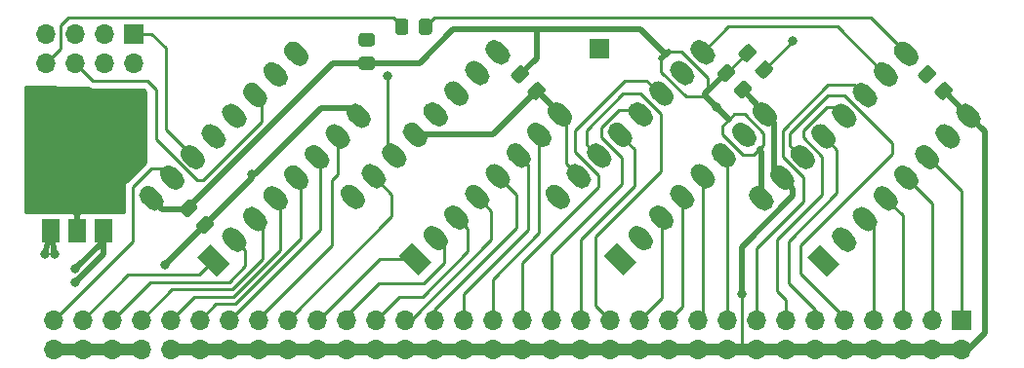
<source format=gbr>
%TF.GenerationSoftware,KiCad,Pcbnew,5.1.9+dfsg1-1+deb11u1*%
%TF.CreationDate,2025-02-02T16:03:13-08:00*%
%TF.ProjectId,esp01Expander,65737030-3145-4787-9061-6e6465722e6b,rev?*%
%TF.SameCoordinates,Original*%
%TF.FileFunction,Copper,L2,Bot*%
%TF.FilePolarity,Positive*%
%FSLAX46Y46*%
G04 Gerber Fmt 4.6, Leading zero omitted, Abs format (unit mm)*
G04 Created by KiCad (PCBNEW 5.1.9+dfsg1-1+deb11u1) date 2025-02-02 16:03:13*
%MOMM*%
%LPD*%
G01*
G04 APERTURE LIST*
%TA.AperFunction,ComponentPad*%
%ADD10R,1.700000X1.700000*%
%TD*%
%TA.AperFunction,ComponentPad*%
%ADD11O,1.700000X1.700000*%
%TD*%
%TA.AperFunction,SMDPad,CuDef*%
%ADD12R,1.500000X2.000000*%
%TD*%
%TA.AperFunction,SMDPad,CuDef*%
%ADD13R,3.800000X2.000000*%
%TD*%
%TA.AperFunction,ComponentPad*%
%ADD14C,0.100000*%
%TD*%
%TA.AperFunction,ViaPad*%
%ADD15C,0.800000*%
%TD*%
%TA.AperFunction,Conductor*%
%ADD16C,0.250000*%
%TD*%
%TA.AperFunction,Conductor*%
%ADD17C,1.000000*%
%TD*%
%TA.AperFunction,Conductor*%
%ADD18C,0.500000*%
%TD*%
%TA.AperFunction,Conductor*%
%ADD19C,0.254000*%
%TD*%
%TA.AperFunction,Conductor*%
%ADD20C,0.100000*%
%TD*%
G04 APERTURE END LIST*
D10*
%TO.P,J3,1*%
%TO.N,Net-(J3-Pad1)*%
X149479000Y-89535000D03*
%TD*%
D11*
%TO.P,J2,8*%
%TO.N,Net-(J2-Pad8)*%
X101473000Y-90805000D03*
%TO.P,J2,7*%
%TO.N,+3V3*%
X101473000Y-88265000D03*
%TO.P,J2,6*%
%TO.N,Net-(J2-Pad6)*%
X104013000Y-90805000D03*
%TO.P,J2,5*%
%TO.N,Net-(J2-Pad5)*%
X104013000Y-88265000D03*
%TO.P,J2,4*%
%TO.N,Net-(J2-Pad4)*%
X106553000Y-90805000D03*
%TO.P,J2,3*%
%TO.N,Net-(J2-Pad3)*%
X106553000Y-88265000D03*
%TO.P,J2,2*%
%TO.N,GND*%
X109093000Y-90805000D03*
D10*
%TO.P,J2,1*%
%TO.N,Net-(J2-Pad1)*%
X109093000Y-88265000D03*
%TD*%
%TO.P,C5,2*%
%TO.N,GND*%
%TA.AperFunction,SMDPad,CuDef*%
G36*
G01*
X178599215Y-93129612D02*
X179235612Y-92493215D01*
G75*
G02*
X179589164Y-92493215I176776J-176776D01*
G01*
X180048785Y-92952836D01*
G75*
G02*
X180048785Y-93306388I-176776J-176776D01*
G01*
X179412388Y-93942785D01*
G75*
G02*
X179058836Y-93942785I-176776J176776D01*
G01*
X178599215Y-93483164D01*
G75*
G02*
X178599215Y-93129612I176776J176776D01*
G01*
G37*
%TD.AperFunction*%
%TO.P,C5,1*%
%TO.N,+5V*%
%TA.AperFunction,SMDPad,CuDef*%
G36*
G01*
X177149647Y-91680044D02*
X177786044Y-91043647D01*
G75*
G02*
X178139596Y-91043647I176776J-176776D01*
G01*
X178599217Y-91503268D01*
G75*
G02*
X178599217Y-91856820I-176776J-176776D01*
G01*
X177962820Y-92493217D01*
G75*
G02*
X177609268Y-92493217I-176776J176776D01*
G01*
X177149647Y-92033596D01*
G75*
G02*
X177149647Y-91680044I176776J176776D01*
G01*
G37*
%TD.AperFunction*%
%TD*%
%TO.P,C4,2*%
%TO.N,GND*%
%TA.AperFunction,SMDPad,CuDef*%
G36*
G01*
X161200215Y-93002612D02*
X161836612Y-92366215D01*
G75*
G02*
X162190164Y-92366215I176776J-176776D01*
G01*
X162649785Y-92825836D01*
G75*
G02*
X162649785Y-93179388I-176776J-176776D01*
G01*
X162013388Y-93815785D01*
G75*
G02*
X161659836Y-93815785I-176776J176776D01*
G01*
X161200215Y-93356164D01*
G75*
G02*
X161200215Y-93002612I176776J176776D01*
G01*
G37*
%TD.AperFunction*%
%TO.P,C4,1*%
%TO.N,+5V*%
%TA.AperFunction,SMDPad,CuDef*%
G36*
G01*
X159750647Y-91553044D02*
X160387044Y-90916647D01*
G75*
G02*
X160740596Y-90916647I176776J-176776D01*
G01*
X161200217Y-91376268D01*
G75*
G02*
X161200217Y-91729820I-176776J-176776D01*
G01*
X160563820Y-92366217D01*
G75*
G02*
X160210268Y-92366217I-176776J176776D01*
G01*
X159750647Y-91906596D01*
G75*
G02*
X159750647Y-91553044I176776J176776D01*
G01*
G37*
%TD.AperFunction*%
%TD*%
%TO.P,C3,2*%
%TO.N,GND*%
%TA.AperFunction,SMDPad,CuDef*%
G36*
G01*
X143293215Y-93129612D02*
X143929612Y-92493215D01*
G75*
G02*
X144283164Y-92493215I176776J-176776D01*
G01*
X144742785Y-92952836D01*
G75*
G02*
X144742785Y-93306388I-176776J-176776D01*
G01*
X144106388Y-93942785D01*
G75*
G02*
X143752836Y-93942785I-176776J176776D01*
G01*
X143293215Y-93483164D01*
G75*
G02*
X143293215Y-93129612I176776J176776D01*
G01*
G37*
%TD.AperFunction*%
%TO.P,C3,1*%
%TO.N,+5V*%
%TA.AperFunction,SMDPad,CuDef*%
G36*
G01*
X141843647Y-91680044D02*
X142480044Y-91043647D01*
G75*
G02*
X142833596Y-91043647I176776J-176776D01*
G01*
X143293217Y-91503268D01*
G75*
G02*
X143293217Y-91856820I-176776J-176776D01*
G01*
X142656820Y-92493217D01*
G75*
G02*
X142303268Y-92493217I-176776J176776D01*
G01*
X141843647Y-92033596D01*
G75*
G02*
X141843647Y-91680044I176776J176776D01*
G01*
G37*
%TD.AperFunction*%
%TD*%
%TO.P,C1,2*%
%TO.N,GND*%
%TA.AperFunction,SMDPad,CuDef*%
G36*
G01*
X114553999Y-104776396D02*
X115190396Y-104139999D01*
G75*
G02*
X115543948Y-104139999I176776J-176776D01*
G01*
X116003569Y-104599620D01*
G75*
G02*
X116003569Y-104953172I-176776J-176776D01*
G01*
X115367172Y-105589569D01*
G75*
G02*
X115013620Y-105589569I-176776J176776D01*
G01*
X114553999Y-105129948D01*
G75*
G02*
X114553999Y-104776396I176776J176776D01*
G01*
G37*
%TD.AperFunction*%
%TO.P,C1,1*%
%TO.N,+5V*%
%TA.AperFunction,SMDPad,CuDef*%
G36*
G01*
X113104431Y-103326828D02*
X113740828Y-102690431D01*
G75*
G02*
X114094380Y-102690431I176776J-176776D01*
G01*
X114554001Y-103150052D01*
G75*
G02*
X114554001Y-103503604I-176776J-176776D01*
G01*
X113917604Y-104140001D01*
G75*
G02*
X113564052Y-104140001I-176776J176776D01*
G01*
X113104431Y-103680380D01*
G75*
G02*
X113104431Y-103326828I176776J176776D01*
G01*
G37*
%TD.AperFunction*%
%TD*%
%TO.P,R5,2*%
%TO.N,Net-(D1-Pad2)*%
%TA.AperFunction,SMDPad,CuDef*%
G36*
G01*
X163030783Y-91277180D02*
X163667180Y-90640783D01*
G75*
G02*
X164020732Y-90640783I176776J-176776D01*
G01*
X164480353Y-91100404D01*
G75*
G02*
X164480353Y-91453956I-176776J-176776D01*
G01*
X163843956Y-92090353D01*
G75*
G02*
X163490404Y-92090353I-176776J176776D01*
G01*
X163030783Y-91630732D01*
G75*
G02*
X163030783Y-91277180I176776J176776D01*
G01*
G37*
%TD.AperFunction*%
%TO.P,R5,1*%
%TO.N,+5V*%
%TA.AperFunction,SMDPad,CuDef*%
G36*
G01*
X161581215Y-89827612D02*
X162217612Y-89191215D01*
G75*
G02*
X162571164Y-89191215I176776J-176776D01*
G01*
X163030785Y-89650836D01*
G75*
G02*
X163030785Y-90004388I-176776J-176776D01*
G01*
X162394388Y-90640785D01*
G75*
G02*
X162040836Y-90640785I-176776J176776D01*
G01*
X161581215Y-90181164D01*
G75*
G02*
X161581215Y-89827612I176776J176776D01*
G01*
G37*
%TD.AperFunction*%
%TD*%
%TO.P,R4,2*%
%TO.N,Net-(J2-Pad8)*%
%TA.AperFunction,SMDPad,CuDef*%
G36*
G01*
X132900000Y-87179999D02*
X132900000Y-88080001D01*
G75*
G02*
X132650001Y-88330000I-249999J0D01*
G01*
X131999999Y-88330000D01*
G75*
G02*
X131750000Y-88080001I0J249999D01*
G01*
X131750000Y-87179999D01*
G75*
G02*
X131999999Y-86930000I249999J0D01*
G01*
X132650001Y-86930000D01*
G75*
G02*
X132900000Y-87179999I0J-249999D01*
G01*
G37*
%TD.AperFunction*%
%TO.P,R4,1*%
%TO.N,Net-(R4-Pad1)*%
%TA.AperFunction,SMDPad,CuDef*%
G36*
G01*
X134950000Y-87179999D02*
X134950000Y-88080001D01*
G75*
G02*
X134700001Y-88330000I-249999J0D01*
G01*
X134049999Y-88330000D01*
G75*
G02*
X133800000Y-88080001I0J249999D01*
G01*
X133800000Y-87179999D01*
G75*
G02*
X134049999Y-86930000I249999J0D01*
G01*
X134700001Y-86930000D01*
G75*
G02*
X134950000Y-87179999I0J-249999D01*
G01*
G37*
%TD.AperFunction*%
%TD*%
D12*
%TO.P,U5,1*%
%TO.N,GND*%
X106440000Y-105360000D03*
%TO.P,U5,3*%
%TO.N,+5V*%
X101840000Y-105360000D03*
%TO.P,U5,2*%
%TO.N,+3V3*%
X104140000Y-105360000D03*
D13*
X104140000Y-99060000D03*
%TD*%
%TO.P,R1,2*%
%TO.N,Net-(R1-Pad2)*%
%TA.AperFunction,SMDPad,CuDef*%
G36*
G01*
X129736001Y-89339000D02*
X128835999Y-89339000D01*
G75*
G02*
X128586000Y-89089001I0J249999D01*
G01*
X128586000Y-88438999D01*
G75*
G02*
X128835999Y-88189000I249999J0D01*
G01*
X129736001Y-88189000D01*
G75*
G02*
X129986000Y-88438999I0J-249999D01*
G01*
X129986000Y-89089001D01*
G75*
G02*
X129736001Y-89339000I-249999J0D01*
G01*
G37*
%TD.AperFunction*%
%TO.P,R1,1*%
%TO.N,+5V*%
%TA.AperFunction,SMDPad,CuDef*%
G36*
G01*
X129736001Y-91389000D02*
X128835999Y-91389000D01*
G75*
G02*
X128586000Y-91139001I0J249999D01*
G01*
X128586000Y-90488999D01*
G75*
G02*
X128835999Y-90239000I249999J0D01*
G01*
X129736001Y-90239000D01*
G75*
G02*
X129986000Y-90488999I0J-249999D01*
G01*
X129986000Y-91139001D01*
G75*
G02*
X129736001Y-91389000I-249999J0D01*
G01*
G37*
%TD.AperFunction*%
%TD*%
%TO.P,U4,16*%
%TO.N,+5V*%
%TA.AperFunction,ComponentPad*%
G36*
G01*
X164370374Y-103410374D02*
X164370374Y-103410374D01*
G75*
G02*
X163239004Y-103410374I-565685J565685D01*
G01*
X162673318Y-102844688D01*
G75*
G02*
X162673318Y-101713318I565685J565685D01*
G01*
X162673318Y-101713318D01*
G75*
G02*
X163804688Y-101713318I565685J-565685D01*
G01*
X164370374Y-102279004D01*
G75*
G02*
X164370374Y-103410374I-565685J-565685D01*
G01*
G37*
%TD.AperFunction*%
%TO.P,U4,8*%
%TO.N,GND*%
%TA.AperFunction,ComponentPad*%
G36*
G01*
X182330887Y-96226169D02*
X182330887Y-96226169D01*
G75*
G02*
X181199517Y-96226169I-565685J565685D01*
G01*
X180633831Y-95660483D01*
G75*
G02*
X180633831Y-94529113I565685J565685D01*
G01*
X180633831Y-94529113D01*
G75*
G02*
X181765201Y-94529113I565685J-565685D01*
G01*
X182330887Y-95094799D01*
G75*
G02*
X182330887Y-96226169I-565685J-565685D01*
G01*
G37*
%TD.AperFunction*%
%TO.P,U4,15*%
%TA.AperFunction,ComponentPad*%
G36*
G01*
X166166426Y-101614323D02*
X166166426Y-101614323D01*
G75*
G02*
X165035056Y-101614323I-565685J565685D01*
G01*
X164469370Y-101048637D01*
G75*
G02*
X164469370Y-99917267I565685J565685D01*
G01*
X164469370Y-99917267D01*
G75*
G02*
X165600740Y-99917267I565685J-565685D01*
G01*
X166166426Y-100482953D01*
G75*
G02*
X166166426Y-101614323I-565685J-565685D01*
G01*
G37*
%TD.AperFunction*%
%TO.P,U4,7*%
%TO.N,Net-(U4-Pad7)*%
%TA.AperFunction,ComponentPad*%
G36*
G01*
X180534835Y-98022221D02*
X180534835Y-98022221D01*
G75*
G02*
X179403465Y-98022221I-565685J565685D01*
G01*
X178837779Y-97456535D01*
G75*
G02*
X178837779Y-96325165I565685J565685D01*
G01*
X178837779Y-96325165D01*
G75*
G02*
X179969149Y-96325165I565685J-565685D01*
G01*
X180534835Y-96890851D01*
G75*
G02*
X180534835Y-98022221I-565685J-565685D01*
G01*
G37*
%TD.AperFunction*%
%TO.P,U4,14*%
%TO.N,Net-(J1-Pad9)*%
%TA.AperFunction,ComponentPad*%
G36*
G01*
X167962477Y-99818272D02*
X167962477Y-99818272D01*
G75*
G02*
X166831107Y-99818272I-565685J565685D01*
G01*
X166265421Y-99252586D01*
G75*
G02*
X166265421Y-98121216I565685J565685D01*
G01*
X166265421Y-98121216D01*
G75*
G02*
X167396791Y-98121216I565685J-565685D01*
G01*
X167962477Y-98686902D01*
G75*
G02*
X167962477Y-99818272I-565685J-565685D01*
G01*
G37*
%TD.AperFunction*%
%TO.P,U4,6*%
%TO.N,Net-(J1-Pad1)*%
%TA.AperFunction,ComponentPad*%
G36*
G01*
X178738784Y-99818272D02*
X178738784Y-99818272D01*
G75*
G02*
X177607414Y-99818272I-565685J565685D01*
G01*
X177041728Y-99252586D01*
G75*
G02*
X177041728Y-98121216I565685J565685D01*
G01*
X177041728Y-98121216D01*
G75*
G02*
X178173098Y-98121216I565685J-565685D01*
G01*
X178738784Y-98686902D01*
G75*
G02*
X178738784Y-99818272I-565685J-565685D01*
G01*
G37*
%TD.AperFunction*%
%TO.P,U4,13*%
%TO.N,Net-(J1-Pad11)*%
%TA.AperFunction,ComponentPad*%
G36*
G01*
X169758528Y-98022221D02*
X169758528Y-98022221D01*
G75*
G02*
X168627158Y-98022221I-565685J565685D01*
G01*
X168061472Y-97456535D01*
G75*
G02*
X168061472Y-96325165I565685J565685D01*
G01*
X168061472Y-96325165D01*
G75*
G02*
X169192842Y-96325165I565685J-565685D01*
G01*
X169758528Y-96890851D01*
G75*
G02*
X169758528Y-98022221I-565685J-565685D01*
G01*
G37*
%TD.AperFunction*%
%TO.P,U4,5*%
%TO.N,Net-(J1-Pad3)*%
%TA.AperFunction,ComponentPad*%
G36*
G01*
X176942733Y-101614323D02*
X176942733Y-101614323D01*
G75*
G02*
X175811363Y-101614323I-565685J565685D01*
G01*
X175245677Y-101048637D01*
G75*
G02*
X175245677Y-99917267I565685J565685D01*
G01*
X175245677Y-99917267D01*
G75*
G02*
X176377047Y-99917267I565685J-565685D01*
G01*
X176942733Y-100482953D01*
G75*
G02*
X176942733Y-101614323I-565685J-565685D01*
G01*
G37*
%TD.AperFunction*%
%TO.P,U4,12*%
%TO.N,Net-(J1-Pad13)*%
%TA.AperFunction,ComponentPad*%
G36*
G01*
X171554579Y-96226169D02*
X171554579Y-96226169D01*
G75*
G02*
X170423209Y-96226169I-565685J565685D01*
G01*
X169857523Y-95660483D01*
G75*
G02*
X169857523Y-94529113I565685J565685D01*
G01*
X169857523Y-94529113D01*
G75*
G02*
X170988893Y-94529113I565685J-565685D01*
G01*
X171554579Y-95094799D01*
G75*
G02*
X171554579Y-96226169I-565685J-565685D01*
G01*
G37*
%TD.AperFunction*%
%TO.P,U4,4*%
%TO.N,Net-(J1-Pad5)*%
%TA.AperFunction,ComponentPad*%
G36*
G01*
X175146682Y-103410374D02*
X175146682Y-103410374D01*
G75*
G02*
X174015312Y-103410374I-565685J565685D01*
G01*
X173449626Y-102844688D01*
G75*
G02*
X173449626Y-101713318I565685J565685D01*
G01*
X173449626Y-101713318D01*
G75*
G02*
X174580996Y-101713318I565685J-565685D01*
G01*
X175146682Y-102279004D01*
G75*
G02*
X175146682Y-103410374I-565685J-565685D01*
G01*
G37*
%TD.AperFunction*%
%TO.P,U4,11*%
%TO.N,Net-(J1-Pad15)*%
%TA.AperFunction,ComponentPad*%
G36*
G01*
X173350630Y-94430118D02*
X173350630Y-94430118D01*
G75*
G02*
X172219260Y-94430118I-565685J565685D01*
G01*
X171653574Y-93864432D01*
G75*
G02*
X171653574Y-92733062I565685J565685D01*
G01*
X171653574Y-92733062D01*
G75*
G02*
X172784944Y-92733062I565685J-565685D01*
G01*
X173350630Y-93298748D01*
G75*
G02*
X173350630Y-94430118I-565685J-565685D01*
G01*
G37*
%TD.AperFunction*%
%TO.P,U4,3*%
%TO.N,Net-(J1-Pad7)*%
%TA.AperFunction,ComponentPad*%
G36*
G01*
X173350630Y-105206426D02*
X173350630Y-105206426D01*
G75*
G02*
X172219260Y-105206426I-565685J565685D01*
G01*
X171653574Y-104640740D01*
G75*
G02*
X171653574Y-103509370I565685J565685D01*
G01*
X171653574Y-103509370D01*
G75*
G02*
X172784944Y-103509370I565685J-565685D01*
G01*
X173350630Y-104075056D01*
G75*
G02*
X173350630Y-105206426I-565685J-565685D01*
G01*
G37*
%TD.AperFunction*%
%TO.P,U4,10*%
%TO.N,Net-(U3-Pad9)*%
%TA.AperFunction,ComponentPad*%
G36*
G01*
X175146682Y-92634067D02*
X175146682Y-92634067D01*
G75*
G02*
X174015312Y-92634067I-565685J565685D01*
G01*
X173449626Y-92068381D01*
G75*
G02*
X173449626Y-90937011I565685J565685D01*
G01*
X173449626Y-90937011D01*
G75*
G02*
X174580996Y-90937011I565685J-565685D01*
G01*
X175146682Y-91502697D01*
G75*
G02*
X175146682Y-92634067I-565685J-565685D01*
G01*
G37*
%TD.AperFunction*%
%TO.P,U4,2*%
%TO.N,Net-(J2-Pad6)*%
%TA.AperFunction,ComponentPad*%
G36*
G01*
X171554579Y-107002477D02*
X171554579Y-107002477D01*
G75*
G02*
X170423209Y-107002477I-565685J565685D01*
G01*
X169857523Y-106436791D01*
G75*
G02*
X169857523Y-105305421I565685J565685D01*
G01*
X169857523Y-105305421D01*
G75*
G02*
X170988893Y-105305421I565685J-565685D01*
G01*
X171554579Y-105871107D01*
G75*
G02*
X171554579Y-107002477I-565685J-565685D01*
G01*
G37*
%TD.AperFunction*%
%TO.P,U4,9*%
%TO.N,Net-(R4-Pad1)*%
%TA.AperFunction,ComponentPad*%
G36*
G01*
X176942733Y-90838016D02*
X176942733Y-90838016D01*
G75*
G02*
X175811363Y-90838016I-565685J565685D01*
G01*
X175245677Y-90272330D01*
G75*
G02*
X175245677Y-89140960I565685J565685D01*
G01*
X175245677Y-89140960D01*
G75*
G02*
X176377047Y-89140960I565685J-565685D01*
G01*
X176942733Y-89706646D01*
G75*
G02*
X176942733Y-90838016I-565685J-565685D01*
G01*
G37*
%TD.AperFunction*%
%TA.AperFunction,ComponentPad*%
D14*
%TO.P,U4,1*%
%TO.N,Net-(J2-Pad4)*%
G36*
X170324214Y-108232843D02*
G01*
X169192843Y-109364214D01*
X167495786Y-107667157D01*
X168627157Y-106535786D01*
X170324214Y-108232843D01*
G37*
%TD.AperFunction*%
%TD*%
%TO.P,U3,16*%
%TO.N,+5V*%
%TA.AperFunction,ComponentPad*%
G36*
G01*
X146718015Y-103282733D02*
X146718015Y-103282733D01*
G75*
G02*
X145586645Y-103282733I-565685J565685D01*
G01*
X145020959Y-102717047D01*
G75*
G02*
X145020959Y-101585677I565685J565685D01*
G01*
X145020959Y-101585677D01*
G75*
G02*
X146152329Y-101585677I565685J-565685D01*
G01*
X146718015Y-102151363D01*
G75*
G02*
X146718015Y-103282733I-565685J-565685D01*
G01*
G37*
%TD.AperFunction*%
%TO.P,U3,8*%
%TO.N,GND*%
%TA.AperFunction,ComponentPad*%
G36*
G01*
X164678528Y-96098528D02*
X164678528Y-96098528D01*
G75*
G02*
X163547158Y-96098528I-565685J565685D01*
G01*
X162981472Y-95532842D01*
G75*
G02*
X162981472Y-94401472I565685J565685D01*
G01*
X162981472Y-94401472D01*
G75*
G02*
X164112842Y-94401472I565685J-565685D01*
G01*
X164678528Y-94967158D01*
G75*
G02*
X164678528Y-96098528I-565685J-565685D01*
G01*
G37*
%TD.AperFunction*%
%TO.P,U3,15*%
%TA.AperFunction,ComponentPad*%
G36*
G01*
X148514067Y-101486682D02*
X148514067Y-101486682D01*
G75*
G02*
X147382697Y-101486682I-565685J565685D01*
G01*
X146817011Y-100920996D01*
G75*
G02*
X146817011Y-99789626I565685J565685D01*
G01*
X146817011Y-99789626D01*
G75*
G02*
X147948381Y-99789626I565685J-565685D01*
G01*
X148514067Y-100355312D01*
G75*
G02*
X148514067Y-101486682I-565685J-565685D01*
G01*
G37*
%TD.AperFunction*%
%TO.P,U3,7*%
%TO.N,Net-(U3-Pad7)*%
%TA.AperFunction,ComponentPad*%
G36*
G01*
X162882476Y-97894580D02*
X162882476Y-97894580D01*
G75*
G02*
X161751106Y-97894580I-565685J565685D01*
G01*
X161185420Y-97328894D01*
G75*
G02*
X161185420Y-96197524I565685J565685D01*
G01*
X161185420Y-96197524D01*
G75*
G02*
X162316790Y-96197524I565685J-565685D01*
G01*
X162882476Y-96763210D01*
G75*
G02*
X162882476Y-97894580I-565685J-565685D01*
G01*
G37*
%TD.AperFunction*%
%TO.P,U3,14*%
%TO.N,Net-(J1-Pad25)*%
%TA.AperFunction,ComponentPad*%
G36*
G01*
X150310118Y-99690631D02*
X150310118Y-99690631D01*
G75*
G02*
X149178748Y-99690631I-565685J565685D01*
G01*
X148613062Y-99124945D01*
G75*
G02*
X148613062Y-97993575I565685J565685D01*
G01*
X148613062Y-97993575D01*
G75*
G02*
X149744432Y-97993575I565685J-565685D01*
G01*
X150310118Y-98559261D01*
G75*
G02*
X150310118Y-99690631I-565685J-565685D01*
G01*
G37*
%TD.AperFunction*%
%TO.P,U3,6*%
%TO.N,Net-(J1-Pad17)*%
%TA.AperFunction,ComponentPad*%
G36*
G01*
X161086425Y-99690631D02*
X161086425Y-99690631D01*
G75*
G02*
X159955055Y-99690631I-565685J565685D01*
G01*
X159389369Y-99124945D01*
G75*
G02*
X159389369Y-97993575I565685J565685D01*
G01*
X159389369Y-97993575D01*
G75*
G02*
X160520739Y-97993575I565685J-565685D01*
G01*
X161086425Y-98559261D01*
G75*
G02*
X161086425Y-99690631I-565685J-565685D01*
G01*
G37*
%TD.AperFunction*%
%TO.P,U3,13*%
%TO.N,Net-(J1-Pad27)*%
%TA.AperFunction,ComponentPad*%
G36*
G01*
X152106169Y-97894580D02*
X152106169Y-97894580D01*
G75*
G02*
X150974799Y-97894580I-565685J565685D01*
G01*
X150409113Y-97328894D01*
G75*
G02*
X150409113Y-96197524I565685J565685D01*
G01*
X150409113Y-96197524D01*
G75*
G02*
X151540483Y-96197524I565685J-565685D01*
G01*
X152106169Y-96763210D01*
G75*
G02*
X152106169Y-97894580I-565685J-565685D01*
G01*
G37*
%TD.AperFunction*%
%TO.P,U3,5*%
%TO.N,Net-(J1-Pad19)*%
%TA.AperFunction,ComponentPad*%
G36*
G01*
X159290374Y-101486682D02*
X159290374Y-101486682D01*
G75*
G02*
X158159004Y-101486682I-565685J565685D01*
G01*
X157593318Y-100920996D01*
G75*
G02*
X157593318Y-99789626I565685J565685D01*
G01*
X157593318Y-99789626D01*
G75*
G02*
X158724688Y-99789626I565685J-565685D01*
G01*
X159290374Y-100355312D01*
G75*
G02*
X159290374Y-101486682I-565685J-565685D01*
G01*
G37*
%TD.AperFunction*%
%TO.P,U3,12*%
%TO.N,Net-(J1-Pad29)*%
%TA.AperFunction,ComponentPad*%
G36*
G01*
X153902220Y-96098528D02*
X153902220Y-96098528D01*
G75*
G02*
X152770850Y-96098528I-565685J565685D01*
G01*
X152205164Y-95532842D01*
G75*
G02*
X152205164Y-94401472I565685J565685D01*
G01*
X152205164Y-94401472D01*
G75*
G02*
X153336534Y-94401472I565685J-565685D01*
G01*
X153902220Y-94967158D01*
G75*
G02*
X153902220Y-96098528I-565685J-565685D01*
G01*
G37*
%TD.AperFunction*%
%TO.P,U3,4*%
%TO.N,Net-(J1-Pad21)*%
%TA.AperFunction,ComponentPad*%
G36*
G01*
X157494323Y-103282733D02*
X157494323Y-103282733D01*
G75*
G02*
X156362953Y-103282733I-565685J565685D01*
G01*
X155797267Y-102717047D01*
G75*
G02*
X155797267Y-101585677I565685J565685D01*
G01*
X155797267Y-101585677D01*
G75*
G02*
X156928637Y-101585677I565685J-565685D01*
G01*
X157494323Y-102151363D01*
G75*
G02*
X157494323Y-103282733I-565685J-565685D01*
G01*
G37*
%TD.AperFunction*%
%TO.P,U3,11*%
%TO.N,Net-(J1-Pad31)*%
%TA.AperFunction,ComponentPad*%
G36*
G01*
X155698271Y-94302477D02*
X155698271Y-94302477D01*
G75*
G02*
X154566901Y-94302477I-565685J565685D01*
G01*
X154001215Y-93736791D01*
G75*
G02*
X154001215Y-92605421I565685J565685D01*
G01*
X154001215Y-92605421D01*
G75*
G02*
X155132585Y-92605421I565685J-565685D01*
G01*
X155698271Y-93171107D01*
G75*
G02*
X155698271Y-94302477I-565685J-565685D01*
G01*
G37*
%TD.AperFunction*%
%TO.P,U3,3*%
%TO.N,Net-(J1-Pad23)*%
%TA.AperFunction,ComponentPad*%
G36*
G01*
X155698271Y-105078785D02*
X155698271Y-105078785D01*
G75*
G02*
X154566901Y-105078785I-565685J565685D01*
G01*
X154001215Y-104513099D01*
G75*
G02*
X154001215Y-103381729I565685J565685D01*
G01*
X154001215Y-103381729D01*
G75*
G02*
X155132585Y-103381729I565685J-565685D01*
G01*
X155698271Y-103947415D01*
G75*
G02*
X155698271Y-105078785I-565685J-565685D01*
G01*
G37*
%TD.AperFunction*%
%TO.P,U3,10*%
%TO.N,Net-(J3-Pad1)*%
%TA.AperFunction,ComponentPad*%
G36*
G01*
X157494323Y-92506426D02*
X157494323Y-92506426D01*
G75*
G02*
X156362953Y-92506426I-565685J565685D01*
G01*
X155797267Y-91940740D01*
G75*
G02*
X155797267Y-90809370I565685J565685D01*
G01*
X155797267Y-90809370D01*
G75*
G02*
X156928637Y-90809370I565685J-565685D01*
G01*
X157494323Y-91375056D01*
G75*
G02*
X157494323Y-92506426I-565685J-565685D01*
G01*
G37*
%TD.AperFunction*%
%TO.P,U3,2*%
%TO.N,Net-(J2-Pad6)*%
%TA.AperFunction,ComponentPad*%
G36*
G01*
X153902220Y-106874836D02*
X153902220Y-106874836D01*
G75*
G02*
X152770850Y-106874836I-565685J565685D01*
G01*
X152205164Y-106309150D01*
G75*
G02*
X152205164Y-105177780I565685J565685D01*
G01*
X152205164Y-105177780D01*
G75*
G02*
X153336534Y-105177780I565685J-565685D01*
G01*
X153902220Y-105743466D01*
G75*
G02*
X153902220Y-106874836I-565685J-565685D01*
G01*
G37*
%TD.AperFunction*%
%TO.P,U3,9*%
%TO.N,Net-(U3-Pad9)*%
%TA.AperFunction,ComponentPad*%
G36*
G01*
X159290374Y-90710375D02*
X159290374Y-90710375D01*
G75*
G02*
X158159004Y-90710375I-565685J565685D01*
G01*
X157593318Y-90144689D01*
G75*
G02*
X157593318Y-89013319I565685J565685D01*
G01*
X157593318Y-89013319D01*
G75*
G02*
X158724688Y-89013319I565685J-565685D01*
G01*
X159290374Y-89579005D01*
G75*
G02*
X159290374Y-90710375I-565685J-565685D01*
G01*
G37*
%TD.AperFunction*%
%TA.AperFunction,ComponentPad*%
%TO.P,U3,1*%
%TO.N,Net-(J2-Pad4)*%
G36*
X152671855Y-108105202D02*
G01*
X151540484Y-109236573D01*
X149843427Y-107539516D01*
X150974798Y-106408145D01*
X152671855Y-108105202D01*
G37*
%TD.AperFunction*%
%TD*%
%TO.P,U2,16*%
%TO.N,+5V*%
%TA.AperFunction,ComponentPad*%
G36*
G01*
X128938015Y-103282733D02*
X128938015Y-103282733D01*
G75*
G02*
X127806645Y-103282733I-565685J565685D01*
G01*
X127240959Y-102717047D01*
G75*
G02*
X127240959Y-101585677I565685J565685D01*
G01*
X127240959Y-101585677D01*
G75*
G02*
X128372329Y-101585677I565685J-565685D01*
G01*
X128938015Y-102151363D01*
G75*
G02*
X128938015Y-103282733I-565685J-565685D01*
G01*
G37*
%TD.AperFunction*%
%TO.P,U2,8*%
%TO.N,GND*%
%TA.AperFunction,ComponentPad*%
G36*
G01*
X146898528Y-96098528D02*
X146898528Y-96098528D01*
G75*
G02*
X145767158Y-96098528I-565685J565685D01*
G01*
X145201472Y-95532842D01*
G75*
G02*
X145201472Y-94401472I565685J565685D01*
G01*
X145201472Y-94401472D01*
G75*
G02*
X146332842Y-94401472I565685J-565685D01*
G01*
X146898528Y-94967158D01*
G75*
G02*
X146898528Y-96098528I-565685J-565685D01*
G01*
G37*
%TD.AperFunction*%
%TO.P,U2,15*%
%TO.N,Net-(J1-Pad47)*%
%TA.AperFunction,ComponentPad*%
G36*
G01*
X130734067Y-101486682D02*
X130734067Y-101486682D01*
G75*
G02*
X129602697Y-101486682I-565685J565685D01*
G01*
X129037011Y-100920996D01*
G75*
G02*
X129037011Y-99789626I565685J565685D01*
G01*
X129037011Y-99789626D01*
G75*
G02*
X130168381Y-99789626I565685J-565685D01*
G01*
X130734067Y-100355312D01*
G75*
G02*
X130734067Y-101486682I-565685J-565685D01*
G01*
G37*
%TD.AperFunction*%
%TO.P,U2,7*%
%TO.N,Net-(J1-Pad33)*%
%TA.AperFunction,ComponentPad*%
G36*
G01*
X145102476Y-97894580D02*
X145102476Y-97894580D01*
G75*
G02*
X143971106Y-97894580I-565685J565685D01*
G01*
X143405420Y-97328894D01*
G75*
G02*
X143405420Y-96197524I565685J565685D01*
G01*
X143405420Y-96197524D01*
G75*
G02*
X144536790Y-96197524I565685J-565685D01*
G01*
X145102476Y-96763210D01*
G75*
G02*
X145102476Y-97894580I-565685J-565685D01*
G01*
G37*
%TD.AperFunction*%
%TO.P,U2,14*%
%TO.N,Net-(U1-Pad9)*%
%TA.AperFunction,ComponentPad*%
G36*
G01*
X132530118Y-99690631D02*
X132530118Y-99690631D01*
G75*
G02*
X131398748Y-99690631I-565685J565685D01*
G01*
X130833062Y-99124945D01*
G75*
G02*
X130833062Y-97993575I565685J565685D01*
G01*
X130833062Y-97993575D01*
G75*
G02*
X131964432Y-97993575I565685J-565685D01*
G01*
X132530118Y-98559261D01*
G75*
G02*
X132530118Y-99690631I-565685J-565685D01*
G01*
G37*
%TD.AperFunction*%
%TO.P,U2,6*%
%TO.N,Net-(J1-Pad35)*%
%TA.AperFunction,ComponentPad*%
G36*
G01*
X143306425Y-99690631D02*
X143306425Y-99690631D01*
G75*
G02*
X142175055Y-99690631I-565685J565685D01*
G01*
X141609369Y-99124945D01*
G75*
G02*
X141609369Y-97993575I565685J565685D01*
G01*
X141609369Y-97993575D01*
G75*
G02*
X142740739Y-97993575I565685J-565685D01*
G01*
X143306425Y-98559261D01*
G75*
G02*
X143306425Y-99690631I-565685J-565685D01*
G01*
G37*
%TD.AperFunction*%
%TO.P,U2,13*%
%TO.N,GND*%
%TA.AperFunction,ComponentPad*%
G36*
G01*
X134326169Y-97894580D02*
X134326169Y-97894580D01*
G75*
G02*
X133194799Y-97894580I-565685J565685D01*
G01*
X132629113Y-97328894D01*
G75*
G02*
X132629113Y-96197524I565685J565685D01*
G01*
X132629113Y-96197524D01*
G75*
G02*
X133760483Y-96197524I565685J-565685D01*
G01*
X134326169Y-96763210D01*
G75*
G02*
X134326169Y-97894580I-565685J-565685D01*
G01*
G37*
%TD.AperFunction*%
%TO.P,U2,5*%
%TO.N,Net-(J1-Pad37)*%
%TA.AperFunction,ComponentPad*%
G36*
G01*
X141510374Y-101486682D02*
X141510374Y-101486682D01*
G75*
G02*
X140379004Y-101486682I-565685J565685D01*
G01*
X139813318Y-100920996D01*
G75*
G02*
X139813318Y-99789626I565685J565685D01*
G01*
X139813318Y-99789626D01*
G75*
G02*
X140944688Y-99789626I565685J-565685D01*
G01*
X141510374Y-100355312D01*
G75*
G02*
X141510374Y-101486682I-565685J-565685D01*
G01*
G37*
%TD.AperFunction*%
%TO.P,U2,12*%
%TO.N,Net-(J2-Pad4)*%
%TA.AperFunction,ComponentPad*%
G36*
G01*
X136122220Y-96098528D02*
X136122220Y-96098528D01*
G75*
G02*
X134990850Y-96098528I-565685J565685D01*
G01*
X134425164Y-95532842D01*
G75*
G02*
X134425164Y-94401472I565685J565685D01*
G01*
X134425164Y-94401472D01*
G75*
G02*
X135556534Y-94401472I565685J-565685D01*
G01*
X136122220Y-94967158D01*
G75*
G02*
X136122220Y-96098528I-565685J-565685D01*
G01*
G37*
%TD.AperFunction*%
%TO.P,U2,4*%
%TO.N,Net-(J1-Pad39)*%
%TA.AperFunction,ComponentPad*%
G36*
G01*
X139714323Y-103282733D02*
X139714323Y-103282733D01*
G75*
G02*
X138582953Y-103282733I-565685J565685D01*
G01*
X138017267Y-102717047D01*
G75*
G02*
X138017267Y-101585677I565685J565685D01*
G01*
X138017267Y-101585677D01*
G75*
G02*
X139148637Y-101585677I565685J-565685D01*
G01*
X139714323Y-102151363D01*
G75*
G02*
X139714323Y-103282733I-565685J-565685D01*
G01*
G37*
%TD.AperFunction*%
%TO.P,U2,11*%
%TO.N,Net-(J2-Pad6)*%
%TA.AperFunction,ComponentPad*%
G36*
G01*
X137918271Y-94302477D02*
X137918271Y-94302477D01*
G75*
G02*
X136786901Y-94302477I-565685J565685D01*
G01*
X136221215Y-93736791D01*
G75*
G02*
X136221215Y-92605421I565685J565685D01*
G01*
X136221215Y-92605421D01*
G75*
G02*
X137352585Y-92605421I565685J-565685D01*
G01*
X137918271Y-93171107D01*
G75*
G02*
X137918271Y-94302477I-565685J-565685D01*
G01*
G37*
%TD.AperFunction*%
%TO.P,U2,3*%
%TO.N,Net-(J1-Pad41)*%
%TA.AperFunction,ComponentPad*%
G36*
G01*
X137918271Y-105078785D02*
X137918271Y-105078785D01*
G75*
G02*
X136786901Y-105078785I-565685J565685D01*
G01*
X136221215Y-104513099D01*
G75*
G02*
X136221215Y-103381729I565685J565685D01*
G01*
X136221215Y-103381729D01*
G75*
G02*
X137352585Y-103381729I565685J-565685D01*
G01*
X137918271Y-103947415D01*
G75*
G02*
X137918271Y-105078785I-565685J-565685D01*
G01*
G37*
%TD.AperFunction*%
%TO.P,U2,10*%
%TO.N,Net-(R1-Pad2)*%
%TA.AperFunction,ComponentPad*%
G36*
G01*
X139714323Y-92506426D02*
X139714323Y-92506426D01*
G75*
G02*
X138582953Y-92506426I-565685J565685D01*
G01*
X138017267Y-91940740D01*
G75*
G02*
X138017267Y-90809370I565685J565685D01*
G01*
X138017267Y-90809370D01*
G75*
G02*
X139148637Y-90809370I565685J-565685D01*
G01*
X139714323Y-91375056D01*
G75*
G02*
X139714323Y-92506426I-565685J-565685D01*
G01*
G37*
%TD.AperFunction*%
%TO.P,U2,2*%
%TO.N,Net-(J1-Pad43)*%
%TA.AperFunction,ComponentPad*%
G36*
G01*
X136122220Y-106874836D02*
X136122220Y-106874836D01*
G75*
G02*
X134990850Y-106874836I-565685J565685D01*
G01*
X134425164Y-106309150D01*
G75*
G02*
X134425164Y-105177780I565685J565685D01*
G01*
X134425164Y-105177780D01*
G75*
G02*
X135556534Y-105177780I565685J-565685D01*
G01*
X136122220Y-105743466D01*
G75*
G02*
X136122220Y-106874836I-565685J-565685D01*
G01*
G37*
%TD.AperFunction*%
%TO.P,U2,9*%
%TO.N,Net-(U2-Pad9)*%
%TA.AperFunction,ComponentPad*%
G36*
G01*
X141510374Y-90710375D02*
X141510374Y-90710375D01*
G75*
G02*
X140379004Y-90710375I-565685J565685D01*
G01*
X139813318Y-90144689D01*
G75*
G02*
X139813318Y-89013319I565685J565685D01*
G01*
X139813318Y-89013319D01*
G75*
G02*
X140944688Y-89013319I565685J-565685D01*
G01*
X141510374Y-89579005D01*
G75*
G02*
X141510374Y-90710375I-565685J-565685D01*
G01*
G37*
%TD.AperFunction*%
%TA.AperFunction,ComponentPad*%
%TO.P,U2,1*%
%TO.N,Net-(J1-Pad45)*%
G36*
X134891855Y-108105202D02*
G01*
X133760484Y-109236573D01*
X132063427Y-107539516D01*
X133194798Y-106408145D01*
X134891855Y-108105202D01*
G37*
%TD.AperFunction*%
%TD*%
%TO.P,U1,16*%
%TO.N,+5V*%
%TA.AperFunction,ComponentPad*%
G36*
G01*
X111466169Y-103410374D02*
X111466169Y-103410374D01*
G75*
G02*
X110334799Y-103410374I-565685J565685D01*
G01*
X109769113Y-102844688D01*
G75*
G02*
X109769113Y-101713318I565685J565685D01*
G01*
X109769113Y-101713318D01*
G75*
G02*
X110900483Y-101713318I565685J-565685D01*
G01*
X111466169Y-102279004D01*
G75*
G02*
X111466169Y-103410374I-565685J-565685D01*
G01*
G37*
%TD.AperFunction*%
%TO.P,U1,8*%
%TO.N,GND*%
%TA.AperFunction,ComponentPad*%
G36*
G01*
X129426682Y-96226169D02*
X129426682Y-96226169D01*
G75*
G02*
X128295312Y-96226169I-565685J565685D01*
G01*
X127729626Y-95660483D01*
G75*
G02*
X127729626Y-94529113I565685J565685D01*
G01*
X127729626Y-94529113D01*
G75*
G02*
X128860996Y-94529113I565685J-565685D01*
G01*
X129426682Y-95094799D01*
G75*
G02*
X129426682Y-96226169I-565685J-565685D01*
G01*
G37*
%TD.AperFunction*%
%TO.P,U1,15*%
%TO.N,Net-(J1-Pad63)*%
%TA.AperFunction,ComponentPad*%
G36*
G01*
X113262221Y-101614323D02*
X113262221Y-101614323D01*
G75*
G02*
X112130851Y-101614323I-565685J565685D01*
G01*
X111565165Y-101048637D01*
G75*
G02*
X111565165Y-99917267I565685J565685D01*
G01*
X111565165Y-99917267D01*
G75*
G02*
X112696535Y-99917267I565685J-565685D01*
G01*
X113262221Y-100482953D01*
G75*
G02*
X113262221Y-101614323I-565685J-565685D01*
G01*
G37*
%TD.AperFunction*%
%TO.P,U1,7*%
%TO.N,Net-(J1-Pad49)*%
%TA.AperFunction,ComponentPad*%
G36*
G01*
X127630630Y-98022221D02*
X127630630Y-98022221D01*
G75*
G02*
X126499260Y-98022221I-565685J565685D01*
G01*
X125933574Y-97456535D01*
G75*
G02*
X125933574Y-96325165I565685J565685D01*
G01*
X125933574Y-96325165D01*
G75*
G02*
X127064944Y-96325165I565685J-565685D01*
G01*
X127630630Y-96890851D01*
G75*
G02*
X127630630Y-98022221I-565685J-565685D01*
G01*
G37*
%TD.AperFunction*%
%TO.P,U1,14*%
%TO.N,Net-(J2-Pad1)*%
%TA.AperFunction,ComponentPad*%
G36*
G01*
X115058272Y-99818272D02*
X115058272Y-99818272D01*
G75*
G02*
X113926902Y-99818272I-565685J565685D01*
G01*
X113361216Y-99252586D01*
G75*
G02*
X113361216Y-98121216I565685J565685D01*
G01*
X113361216Y-98121216D01*
G75*
G02*
X114492586Y-98121216I565685J-565685D01*
G01*
X115058272Y-98686902D01*
G75*
G02*
X115058272Y-99818272I-565685J-565685D01*
G01*
G37*
%TD.AperFunction*%
%TO.P,U1,6*%
%TO.N,Net-(J1-Pad51)*%
%TA.AperFunction,ComponentPad*%
G36*
G01*
X125834579Y-99818272D02*
X125834579Y-99818272D01*
G75*
G02*
X124703209Y-99818272I-565685J565685D01*
G01*
X124137523Y-99252586D01*
G75*
G02*
X124137523Y-98121216I565685J565685D01*
G01*
X124137523Y-98121216D01*
G75*
G02*
X125268893Y-98121216I565685J-565685D01*
G01*
X125834579Y-98686902D01*
G75*
G02*
X125834579Y-99818272I-565685J-565685D01*
G01*
G37*
%TD.AperFunction*%
%TO.P,U1,13*%
%TO.N,GND*%
%TA.AperFunction,ComponentPad*%
G36*
G01*
X116854323Y-98022221D02*
X116854323Y-98022221D01*
G75*
G02*
X115722953Y-98022221I-565685J565685D01*
G01*
X115157267Y-97456535D01*
G75*
G02*
X115157267Y-96325165I565685J565685D01*
G01*
X115157267Y-96325165D01*
G75*
G02*
X116288637Y-96325165I565685J-565685D01*
G01*
X116854323Y-96890851D01*
G75*
G02*
X116854323Y-98022221I-565685J-565685D01*
G01*
G37*
%TD.AperFunction*%
%TO.P,U1,5*%
%TO.N,Net-(J1-Pad53)*%
%TA.AperFunction,ComponentPad*%
G36*
G01*
X124038528Y-101614323D02*
X124038528Y-101614323D01*
G75*
G02*
X122907158Y-101614323I-565685J565685D01*
G01*
X122341472Y-101048637D01*
G75*
G02*
X122341472Y-99917267I565685J565685D01*
G01*
X122341472Y-99917267D01*
G75*
G02*
X123472842Y-99917267I565685J-565685D01*
G01*
X124038528Y-100482953D01*
G75*
G02*
X124038528Y-101614323I-565685J-565685D01*
G01*
G37*
%TD.AperFunction*%
%TO.P,U1,12*%
%TO.N,Net-(J2-Pad4)*%
%TA.AperFunction,ComponentPad*%
G36*
G01*
X118650374Y-96226169D02*
X118650374Y-96226169D01*
G75*
G02*
X117519004Y-96226169I-565685J565685D01*
G01*
X116953318Y-95660483D01*
G75*
G02*
X116953318Y-94529113I565685J565685D01*
G01*
X116953318Y-94529113D01*
G75*
G02*
X118084688Y-94529113I565685J-565685D01*
G01*
X118650374Y-95094799D01*
G75*
G02*
X118650374Y-96226169I-565685J-565685D01*
G01*
G37*
%TD.AperFunction*%
%TO.P,U1,4*%
%TO.N,Net-(J1-Pad55)*%
%TA.AperFunction,ComponentPad*%
G36*
G01*
X122242477Y-103410374D02*
X122242477Y-103410374D01*
G75*
G02*
X121111107Y-103410374I-565685J565685D01*
G01*
X120545421Y-102844688D01*
G75*
G02*
X120545421Y-101713318I565685J565685D01*
G01*
X120545421Y-101713318D01*
G75*
G02*
X121676791Y-101713318I565685J-565685D01*
G01*
X122242477Y-102279004D01*
G75*
G02*
X122242477Y-103410374I-565685J-565685D01*
G01*
G37*
%TD.AperFunction*%
%TO.P,U1,11*%
%TO.N,Net-(J2-Pad6)*%
%TA.AperFunction,ComponentPad*%
G36*
G01*
X120446425Y-94430118D02*
X120446425Y-94430118D01*
G75*
G02*
X119315055Y-94430118I-565685J565685D01*
G01*
X118749369Y-93864432D01*
G75*
G02*
X118749369Y-92733062I565685J565685D01*
G01*
X118749369Y-92733062D01*
G75*
G02*
X119880739Y-92733062I565685J-565685D01*
G01*
X120446425Y-93298748D01*
G75*
G02*
X120446425Y-94430118I-565685J-565685D01*
G01*
G37*
%TD.AperFunction*%
%TO.P,U1,3*%
%TO.N,Net-(J1-Pad57)*%
%TA.AperFunction,ComponentPad*%
G36*
G01*
X120446425Y-105206426D02*
X120446425Y-105206426D01*
G75*
G02*
X119315055Y-105206426I-565685J565685D01*
G01*
X118749369Y-104640740D01*
G75*
G02*
X118749369Y-103509370I565685J565685D01*
G01*
X118749369Y-103509370D01*
G75*
G02*
X119880739Y-103509370I565685J-565685D01*
G01*
X120446425Y-104075056D01*
G75*
G02*
X120446425Y-105206426I-565685J-565685D01*
G01*
G37*
%TD.AperFunction*%
%TO.P,U1,10*%
%TO.N,Net-(R1-Pad2)*%
%TA.AperFunction,ComponentPad*%
G36*
G01*
X122242477Y-92634067D02*
X122242477Y-92634067D01*
G75*
G02*
X121111107Y-92634067I-565685J565685D01*
G01*
X120545421Y-92068381D01*
G75*
G02*
X120545421Y-90937011I565685J565685D01*
G01*
X120545421Y-90937011D01*
G75*
G02*
X121676791Y-90937011I565685J-565685D01*
G01*
X122242477Y-91502697D01*
G75*
G02*
X122242477Y-92634067I-565685J-565685D01*
G01*
G37*
%TD.AperFunction*%
%TO.P,U1,2*%
%TO.N,Net-(J1-Pad59)*%
%TA.AperFunction,ComponentPad*%
G36*
G01*
X118650374Y-107002477D02*
X118650374Y-107002477D01*
G75*
G02*
X117519004Y-107002477I-565685J565685D01*
G01*
X116953318Y-106436791D01*
G75*
G02*
X116953318Y-105305421I565685J565685D01*
G01*
X116953318Y-105305421D01*
G75*
G02*
X118084688Y-105305421I565685J-565685D01*
G01*
X118650374Y-105871107D01*
G75*
G02*
X118650374Y-107002477I-565685J-565685D01*
G01*
G37*
%TD.AperFunction*%
%TO.P,U1,9*%
%TO.N,Net-(U1-Pad9)*%
%TA.AperFunction,ComponentPad*%
G36*
G01*
X124038528Y-90838016D02*
X124038528Y-90838016D01*
G75*
G02*
X122907158Y-90838016I-565685J565685D01*
G01*
X122341472Y-90272330D01*
G75*
G02*
X122341472Y-89140960I565685J565685D01*
G01*
X122341472Y-89140960D01*
G75*
G02*
X123472842Y-89140960I565685J-565685D01*
G01*
X124038528Y-89706646D01*
G75*
G02*
X124038528Y-90838016I-565685J-565685D01*
G01*
G37*
%TD.AperFunction*%
%TA.AperFunction,ComponentPad*%
%TO.P,U1,1*%
%TO.N,Net-(J1-Pad61)*%
G36*
X117420009Y-108232843D02*
G01*
X116288638Y-109364214D01*
X114591581Y-107667157D01*
X115722952Y-106535786D01*
X117420009Y-108232843D01*
G37*
%TD.AperFunction*%
%TD*%
D11*
%TO.P,J1,64*%
%TO.N,+5V*%
X102108000Y-115697000D03*
%TO.P,J1,63*%
%TO.N,Net-(J1-Pad63)*%
X102108000Y-113157000D03*
%TO.P,J1,62*%
%TO.N,+5V*%
X104648000Y-115697000D03*
%TO.P,J1,61*%
%TO.N,Net-(J1-Pad61)*%
X104648000Y-113157000D03*
%TO.P,J1,60*%
%TO.N,+5V*%
X107188000Y-115697000D03*
%TO.P,J1,59*%
%TO.N,Net-(J1-Pad59)*%
X107188000Y-113157000D03*
%TO.P,J1,58*%
%TO.N,+5V*%
X109728000Y-115697000D03*
%TO.P,J1,57*%
%TO.N,Net-(J1-Pad57)*%
X109728000Y-113157000D03*
%TO.P,J1,56*%
%TO.N,GND*%
X112268000Y-115697000D03*
%TO.P,J1,55*%
%TO.N,Net-(J1-Pad55)*%
X112268000Y-113157000D03*
%TO.P,J1,54*%
%TO.N,GND*%
X114808000Y-115697000D03*
%TO.P,J1,53*%
%TO.N,Net-(J1-Pad53)*%
X114808000Y-113157000D03*
%TO.P,J1,52*%
%TO.N,GND*%
X117348000Y-115697000D03*
%TO.P,J1,51*%
%TO.N,Net-(J1-Pad51)*%
X117348000Y-113157000D03*
%TO.P,J1,50*%
%TO.N,GND*%
X119888000Y-115697000D03*
%TO.P,J1,49*%
%TO.N,Net-(J1-Pad49)*%
X119888000Y-113157000D03*
%TO.P,J1,48*%
%TO.N,GND*%
X122428000Y-115697000D03*
%TO.P,J1,47*%
%TO.N,Net-(J1-Pad47)*%
X122428000Y-113157000D03*
%TO.P,J1,46*%
%TO.N,GND*%
X124968000Y-115697000D03*
%TO.P,J1,45*%
%TO.N,Net-(J1-Pad45)*%
X124968000Y-113157000D03*
%TO.P,J1,44*%
%TO.N,GND*%
X127508000Y-115697000D03*
%TO.P,J1,43*%
%TO.N,Net-(J1-Pad43)*%
X127508000Y-113157000D03*
%TO.P,J1,42*%
%TO.N,GND*%
X130048000Y-115697000D03*
%TO.P,J1,41*%
%TO.N,Net-(J1-Pad41)*%
X130048000Y-113157000D03*
%TO.P,J1,40*%
%TO.N,GND*%
X132588000Y-115697000D03*
%TO.P,J1,39*%
%TO.N,Net-(J1-Pad39)*%
X132588000Y-113157000D03*
%TO.P,J1,38*%
%TO.N,GND*%
X135128000Y-115697000D03*
%TO.P,J1,37*%
%TO.N,Net-(J1-Pad37)*%
X135128000Y-113157000D03*
%TO.P,J1,36*%
%TO.N,GND*%
X137668000Y-115697000D03*
%TO.P,J1,35*%
%TO.N,Net-(J1-Pad35)*%
X137668000Y-113157000D03*
%TO.P,J1,34*%
%TO.N,GND*%
X140208000Y-115697000D03*
%TO.P,J1,33*%
%TO.N,Net-(J1-Pad33)*%
X140208000Y-113157000D03*
%TO.P,J1,32*%
%TO.N,GND*%
X142748000Y-115697000D03*
%TO.P,J1,31*%
%TO.N,Net-(J1-Pad31)*%
X142748000Y-113157000D03*
%TO.P,J1,30*%
%TO.N,GND*%
X145288000Y-115697000D03*
%TO.P,J1,29*%
%TO.N,Net-(J1-Pad29)*%
X145288000Y-113157000D03*
%TO.P,J1,28*%
%TO.N,GND*%
X147828000Y-115697000D03*
%TO.P,J1,27*%
%TO.N,Net-(J1-Pad27)*%
X147828000Y-113157000D03*
%TO.P,J1,26*%
%TO.N,GND*%
X150368000Y-115697000D03*
%TO.P,J1,25*%
%TO.N,Net-(J1-Pad25)*%
X150368000Y-113157000D03*
%TO.P,J1,24*%
%TO.N,GND*%
X152908000Y-115697000D03*
%TO.P,J1,23*%
%TO.N,Net-(J1-Pad23)*%
X152908000Y-113157000D03*
%TO.P,J1,22*%
%TO.N,GND*%
X155448000Y-115697000D03*
%TO.P,J1,21*%
%TO.N,Net-(J1-Pad21)*%
X155448000Y-113157000D03*
%TO.P,J1,20*%
%TO.N,GND*%
X157988000Y-115697000D03*
%TO.P,J1,19*%
%TO.N,Net-(J1-Pad19)*%
X157988000Y-113157000D03*
%TO.P,J1,18*%
%TO.N,GND*%
X160528000Y-115697000D03*
%TO.P,J1,17*%
%TO.N,Net-(J1-Pad17)*%
X160528000Y-113157000D03*
%TO.P,J1,16*%
%TO.N,GND*%
X163068000Y-115697000D03*
%TO.P,J1,15*%
%TO.N,Net-(J1-Pad15)*%
X163068000Y-113157000D03*
%TO.P,J1,14*%
%TO.N,GND*%
X165608000Y-115697000D03*
%TO.P,J1,13*%
%TO.N,Net-(J1-Pad13)*%
X165608000Y-113157000D03*
%TO.P,J1,12*%
%TO.N,GND*%
X168148000Y-115697000D03*
%TO.P,J1,11*%
%TO.N,Net-(J1-Pad11)*%
X168148000Y-113157000D03*
%TO.P,J1,10*%
%TO.N,GND*%
X170688000Y-115697000D03*
%TO.P,J1,9*%
%TO.N,Net-(J1-Pad9)*%
X170688000Y-113157000D03*
%TO.P,J1,8*%
%TO.N,GND*%
X173228000Y-115697000D03*
%TO.P,J1,7*%
%TO.N,Net-(J1-Pad7)*%
X173228000Y-113157000D03*
%TO.P,J1,6*%
%TO.N,GND*%
X175768000Y-115697000D03*
%TO.P,J1,5*%
%TO.N,Net-(J1-Pad5)*%
X175768000Y-113157000D03*
%TO.P,J1,4*%
%TO.N,GND*%
X178308000Y-115697000D03*
%TO.P,J1,3*%
%TO.N,Net-(J1-Pad3)*%
X178308000Y-113157000D03*
%TO.P,J1,2*%
%TO.N,GND*%
X180848000Y-115697000D03*
D10*
%TO.P,J1,1*%
%TO.N,Net-(J1-Pad1)*%
X180848000Y-113157000D03*
%TD*%
D15*
%TO.N,+5V*%
X101346000Y-107442000D03*
X102235000Y-107442000D03*
%TO.N,Net-(R1-Pad2)*%
X129286000Y-88773000D03*
%TO.N,Net-(U1-Pad9)*%
X131064000Y-91948000D03*
%TO.N,+5V*%
X159639000Y-94615000D03*
X177800000Y-91821000D03*
%TO.N,GND*%
X104013000Y-108712000D03*
X104013000Y-109855000D03*
X161798000Y-110871000D03*
X111760000Y-108331000D03*
X119316500Y-100484398D03*
%TO.N,+3V3*%
X104031000Y-95649000D03*
X106662000Y-95649000D03*
X101219000Y-98425000D03*
X101219000Y-99568000D03*
X106934000Y-98425000D03*
X106934000Y-99568000D03*
X102616000Y-100711000D03*
X105664000Y-100711000D03*
X105664000Y-97409000D03*
X102616000Y-97409000D03*
X104140000Y-103759000D03*
X104140000Y-102616000D03*
X101201000Y-95649000D03*
%TO.N,Net-(D1-Pad2)*%
X166243000Y-88900000D03*
%TD*%
D16*
%TO.N,Net-(J1-Pad63)*%
X108966000Y-106299000D02*
X102108000Y-113157000D01*
X108966000Y-101600000D02*
X108966000Y-106299000D01*
X110617000Y-99949000D02*
X108966000Y-101600000D01*
X111596898Y-99949000D02*
X110617000Y-99949000D01*
X112413693Y-100765795D02*
X111596898Y-99949000D01*
%TO.N,Net-(J1-Pad61)*%
X108585000Y-109220000D02*
X104648000Y-113157000D01*
X114735795Y-109220000D02*
X108585000Y-109220000D01*
X116005795Y-107950000D02*
X114735795Y-109220000D01*
%TO.N,Net-(J1-Pad59)*%
X117348000Y-109855000D02*
X110490000Y-109855000D01*
X118745000Y-108458000D02*
X117348000Y-109855000D01*
X118745000Y-107097103D02*
X118745000Y-108458000D01*
X110490000Y-109855000D02*
X107188000Y-113157000D01*
X117801846Y-106153949D02*
X118745000Y-107097103D01*
%TO.N,Net-(J1-Pad57)*%
X112395000Y-110490000D02*
X109728000Y-113157000D01*
X117602000Y-110490000D02*
X112395000Y-110490000D01*
X120269000Y-107823000D02*
X117602000Y-110490000D01*
X120269000Y-105029001D02*
X120269000Y-107823000D01*
X119597897Y-104357898D02*
X120269000Y-105029001D01*
%TO.N,Net-(J1-Pad55)*%
X114300000Y-111125000D02*
X112268000Y-113157000D01*
X117729000Y-111125000D02*
X114300000Y-111125000D01*
X121793000Y-107061000D02*
X117729000Y-111125000D01*
X121793000Y-102960897D02*
X121793000Y-107061000D01*
X121393949Y-102561846D02*
X121793000Y-102960897D01*
%TO.N,Net-(J1-Pad53)*%
X116205000Y-111760000D02*
X114808000Y-113157000D01*
X117856000Y-111760000D02*
X116205000Y-111760000D01*
X123571000Y-106045000D02*
X117856000Y-111760000D01*
X123571000Y-101146795D02*
X123571000Y-106045000D01*
X123190000Y-100765795D02*
X123571000Y-101146795D01*
%TO.N,Net-(J1-Pad51)*%
X125222000Y-105283000D02*
X117348000Y-113157000D01*
X125222000Y-99205693D02*
X125222000Y-105283000D01*
X124986051Y-98969744D02*
X125222000Y-99205693D01*
%TO.N,Net-(J1-Pad49)*%
X119888000Y-113030000D02*
X119888000Y-113157000D01*
X126238000Y-106680000D02*
X119888000Y-113030000D01*
X126238000Y-100965000D02*
X126238000Y-106680000D01*
X126746000Y-100457000D02*
X126238000Y-100965000D01*
X126746000Y-97209795D02*
X126746000Y-100457000D01*
X126782102Y-97173693D02*
X126746000Y-97209795D01*
%TO.N,Net-(J1-Pad47)*%
X131445000Y-104140000D02*
X122428000Y-113157000D01*
X131445000Y-102197615D02*
X131445000Y-104140000D01*
X129885539Y-100638154D02*
X131445000Y-102197615D01*
%TO.N,Net-(J1-Pad45)*%
X125095000Y-113157000D02*
X124968000Y-113157000D01*
X130429641Y-107822359D02*
X125095000Y-113157000D01*
X133477641Y-107822359D02*
X130429641Y-107822359D01*
%TO.N,Net-(J1-Pad43)*%
X127508000Y-112776000D02*
X127508000Y-113157000D01*
X130302000Y-109982000D02*
X127508000Y-112776000D01*
X134239000Y-109982000D02*
X130302000Y-109982000D01*
X136017000Y-108204000D02*
X134239000Y-109982000D01*
X136017000Y-106769616D02*
X136017000Y-108204000D01*
X135273692Y-106026308D02*
X136017000Y-106769616D01*
%TO.N,Net-(J1-Pad41)*%
X134112000Y-111125000D02*
X132080000Y-111125000D01*
X138049000Y-107188000D02*
X134112000Y-111125000D01*
X138049000Y-105209514D02*
X138049000Y-107188000D01*
X132080000Y-111125000D02*
X130048000Y-113157000D01*
X137069743Y-104230257D02*
X138049000Y-105209514D01*
%TO.N,Net-(J1-Pad39)*%
X133096000Y-113157000D02*
X132588000Y-113157000D01*
X140081000Y-106172000D02*
X133096000Y-113157000D01*
X140081000Y-103649410D02*
X140081000Y-106172000D01*
X138865795Y-102434205D02*
X140081000Y-103649410D01*
%TO.N,Net-(J1-Pad37)*%
X135128000Y-112268000D02*
X135128000Y-113157000D01*
X142240000Y-105156000D02*
X135128000Y-112268000D01*
X142240000Y-102216308D02*
X142240000Y-105156000D01*
X140661846Y-100638154D02*
X142240000Y-102216308D01*
%TO.N,Net-(J1-Pad35)*%
X143256000Y-105283000D02*
X137668000Y-110871000D01*
X143256000Y-99640206D02*
X143256000Y-105283000D01*
X137668000Y-110871000D02*
X137668000Y-113157000D01*
X142457897Y-98842103D02*
X143256000Y-99640206D01*
%TO.N,Net-(J1-Pad33)*%
X140208000Y-109601000D02*
X140208000Y-113157000D01*
X144253948Y-105555052D02*
X140208000Y-109601000D01*
X144253948Y-97046052D02*
X144253948Y-105555052D01*
%TO.N,Net-(J1-Pad31)*%
X149352000Y-101600000D02*
X142748000Y-108204000D01*
X142748000Y-108204000D02*
X142748000Y-113157000D01*
X147320000Y-98552000D02*
X149352000Y-100584000D01*
X151638000Y-92329000D02*
X147320000Y-96647000D01*
X147320000Y-96647000D02*
X147320000Y-98552000D01*
X153543000Y-92329000D02*
X151638000Y-92329000D01*
X149352000Y-100584000D02*
X149352000Y-101600000D01*
X154849743Y-93453949D02*
X153543000Y-92329000D01*
%TO.N,Net-(J1-Pad29)*%
X151384000Y-101282500D02*
X145288000Y-107378500D01*
X151384000Y-99060000D02*
X151384000Y-101282500D01*
X145288000Y-107378500D02*
X145288000Y-113157000D01*
X149606000Y-96393000D02*
X149606000Y-97282000D01*
X151130000Y-94869000D02*
X149606000Y-96393000D01*
X152672692Y-94869000D02*
X151130000Y-94869000D01*
X149606000Y-97282000D02*
X151384000Y-99060000D01*
X153053692Y-95250000D02*
X152672692Y-94869000D01*
%TO.N,Net-(J1-Pad27)*%
X147828000Y-106172000D02*
X147828000Y-113157000D01*
X152527000Y-101473000D02*
X147828000Y-106172000D01*
X152527000Y-98298000D02*
X152527000Y-101473000D01*
X151257641Y-97046052D02*
X152527000Y-98298000D01*
%TO.N,Net-(J1-Pad25)*%
X149098000Y-111887000D02*
X150368000Y-113157000D01*
X149098000Y-105918000D02*
X149098000Y-111887000D01*
X154813000Y-100203000D02*
X149098000Y-105918000D01*
X154813000Y-95250000D02*
X154813000Y-100203000D01*
X153035000Y-93472000D02*
X154813000Y-95250000D01*
X151511000Y-93472000D02*
X153035000Y-93472000D01*
X148336000Y-96647000D02*
X151511000Y-93472000D01*
X148336000Y-97917000D02*
X148336000Y-96647000D01*
X149461590Y-98842103D02*
X148336000Y-97917000D01*
%TO.N,Net-(J1-Pad23)*%
X154849743Y-111215257D02*
X152908000Y-113157000D01*
X154849743Y-104230257D02*
X154849743Y-111215257D01*
%TO.N,Net-(J1-Pad21)*%
X156645795Y-111959205D02*
X155448000Y-113157000D01*
X156645795Y-102434205D02*
X156645795Y-111959205D01*
%TO.N,Net-(J1-Pad19)*%
X158441846Y-112703154D02*
X157988000Y-113157000D01*
X158441846Y-100638154D02*
X158441846Y-112703154D01*
%TO.N,Net-(J1-Pad17)*%
X160528000Y-99132206D02*
X160528000Y-113157000D01*
X160237897Y-98842103D02*
X160528000Y-99132206D01*
%TO.N,Net-(J1-Pad15)*%
X167132000Y-102870000D02*
X163068000Y-106934000D01*
X167132000Y-100711000D02*
X167132000Y-102870000D01*
X165354000Y-98933000D02*
X167132000Y-100711000D01*
X163068000Y-106934000D02*
X163068000Y-113157000D01*
X165354000Y-96647000D02*
X165354000Y-98933000D01*
X169291000Y-92710000D02*
X165354000Y-96647000D01*
X171577000Y-92710000D02*
X169291000Y-92710000D01*
X172502102Y-93581590D02*
X171577000Y-92710000D01*
%TO.N,Net-(J1-Pad13)*%
X164846000Y-106172000D02*
X164846000Y-110617000D01*
X165608000Y-111379000D02*
X165608000Y-113157000D01*
X168783000Y-102235000D02*
X164846000Y-106172000D01*
X168783000Y-98933000D02*
X168783000Y-102235000D01*
X167132000Y-96647000D02*
X167132000Y-97282000D01*
X164846000Y-110617000D02*
X165608000Y-111379000D01*
X169164000Y-94615000D02*
X167132000Y-96647000D01*
X167132000Y-97282000D02*
X168783000Y-98933000D01*
X169943410Y-94615000D02*
X169164000Y-94615000D01*
X170706051Y-95377641D02*
X169943410Y-94615000D01*
%TO.N,Net-(J1-Pad11)*%
X168148000Y-112225667D02*
X168148000Y-113157000D01*
X165862000Y-109939667D02*
X168148000Y-112225667D01*
X165862000Y-106299000D02*
X165862000Y-109939667D01*
X170053000Y-102108000D02*
X165862000Y-106299000D01*
X170053000Y-98316693D02*
X170053000Y-102108000D01*
X168910000Y-97173693D02*
X170053000Y-98316693D01*
%TO.N,Net-(J1-Pad9)*%
X166878000Y-106680000D02*
X166878000Y-109093000D01*
X174879000Y-98679000D02*
X166878000Y-106680000D01*
X174879000Y-97790000D02*
X174879000Y-98679000D01*
X170688000Y-93599000D02*
X174879000Y-97790000D01*
X169291000Y-93599000D02*
X170688000Y-93599000D01*
X165989000Y-96901000D02*
X169291000Y-93599000D01*
X170688000Y-112903000D02*
X170688000Y-113157000D01*
X165989000Y-98044000D02*
X165989000Y-96901000D01*
X166878000Y-109093000D02*
X170688000Y-112903000D01*
X167113949Y-98969744D02*
X165989000Y-98044000D01*
%TO.N,Net-(J1-Pad7)*%
X173228000Y-105083796D02*
X173228000Y-113157000D01*
X172502102Y-104357898D02*
X173228000Y-105083796D01*
%TO.N,Net-(J1-Pad5)*%
X175768000Y-104031692D02*
X175768000Y-113157000D01*
X174298154Y-102561846D02*
X175768000Y-104031692D01*
%TO.N,Net-(J1-Pad3)*%
X178308000Y-102979590D02*
X178308000Y-113157000D01*
X176094205Y-100765795D02*
X178308000Y-102979590D01*
%TO.N,Net-(J1-Pad1)*%
X180848000Y-101927488D02*
X180848000Y-113157000D01*
X177890256Y-98969744D02*
X180848000Y-101927488D01*
%TO.N,Net-(U1-Pad9)*%
X131064000Y-98224513D02*
X131681590Y-98842103D01*
X131064000Y-91948000D02*
X131064000Y-98224513D01*
%TO.N,Net-(U3-Pad9)*%
X160673693Y-87630000D02*
X158441846Y-89861847D01*
X170142615Y-87630000D02*
X160673693Y-87630000D01*
X174298154Y-91785539D02*
X170142615Y-87630000D01*
%TO.N,Net-(J2-Pad8)*%
X102743000Y-89535000D02*
X101473000Y-90805000D01*
X102743000Y-87503000D02*
X102743000Y-89535000D01*
X103378000Y-86868000D02*
X102743000Y-87503000D01*
X131563000Y-86868000D02*
X103378000Y-86868000D01*
X132325000Y-87630000D02*
X131563000Y-86868000D01*
%TO.N,Net-(J2-Pad6)*%
X120142000Y-94125693D02*
X119597897Y-93581590D01*
X120142000Y-95885000D02*
X120142000Y-94125693D01*
X115062000Y-100965000D02*
X120142000Y-95885000D01*
X114554000Y-100965000D02*
X115062000Y-100965000D01*
X110998000Y-97409000D02*
X114554000Y-100965000D01*
X110998000Y-93091000D02*
X110998000Y-97409000D01*
X110236000Y-92329000D02*
X110998000Y-93091000D01*
X105537000Y-92329000D02*
X110236000Y-92329000D01*
X104013000Y-90805000D02*
X105537000Y-92329000D01*
%TO.N,Net-(J2-Pad1)*%
X111836679Y-89484679D02*
X111836679Y-96596679D01*
X111836679Y-96596679D02*
X114209744Y-98969744D01*
X110617000Y-88265000D02*
X111836679Y-89484679D01*
X109093000Y-88265000D02*
X110617000Y-88265000D01*
D17*
%TO.N,+5V*%
X102108000Y-115697000D02*
X109728000Y-115697000D01*
D16*
X162306000Y-89916000D02*
X160475432Y-91641432D01*
D18*
X158644864Y-93472000D02*
X158623000Y-93472000D01*
X160475432Y-91641432D02*
X158644864Y-93472000D01*
D16*
X154813000Y-91567000D02*
X154813000Y-90364734D01*
X156972000Y-93726000D02*
X154813000Y-91567000D01*
X158369000Y-93726000D02*
X156972000Y-93726000D01*
X158623000Y-93472000D02*
X158369000Y-93726000D01*
D18*
X158623000Y-93599000D02*
X160718500Y-95694500D01*
X158623000Y-93472000D02*
X158623000Y-93599000D01*
D16*
X158877000Y-92075000D02*
X158877000Y-93218000D01*
X156591000Y-89789000D02*
X158877000Y-92075000D01*
X155448000Y-89789000D02*
X156591000Y-89789000D01*
X161163000Y-95250000D02*
X160718500Y-95694500D01*
X162052000Y-95250000D02*
X161163000Y-95250000D01*
X163703000Y-96901000D02*
X162052000Y-95250000D01*
X162814000Y-98806000D02*
X163703000Y-97917000D01*
X161925000Y-98806000D02*
X162814000Y-98806000D01*
X160147000Y-97028000D02*
X161925000Y-98806000D01*
X163703000Y-97917000D02*
X163703000Y-96901000D01*
X160147000Y-96266000D02*
X160147000Y-97028000D01*
X160718500Y-95694500D02*
X160147000Y-96266000D01*
D18*
X163322000Y-98298000D02*
X163449000Y-98425000D01*
X163521846Y-98497846D02*
X163322000Y-98298000D01*
X163521846Y-102561846D02*
X163521846Y-98497846D01*
X155181567Y-90030567D02*
X153035000Y-87884000D01*
X155448000Y-89789000D02*
X155181567Y-90030567D01*
X155181567Y-90030567D02*
X154813000Y-90364734D01*
X136779000Y-87884000D02*
X133858000Y-90805000D01*
X142568432Y-91768432D02*
X144018000Y-90424000D01*
X144018000Y-90424000D02*
X144018000Y-87884000D01*
X144018000Y-87884000D02*
X136779000Y-87884000D01*
X153035000Y-87884000D02*
X144018000Y-87884000D01*
X133858000Y-90805000D02*
X129286000Y-90814000D01*
X125147568Y-92022432D02*
X125169432Y-92022432D01*
X113665000Y-103505000D02*
X125147568Y-92022432D01*
X111560795Y-103505000D02*
X113665000Y-103505000D01*
X110617641Y-102561846D02*
X111560795Y-103505000D01*
X126386864Y-90805000D02*
X125169432Y-92022432D01*
X129277000Y-90805000D02*
X126386864Y-90805000D01*
X129286000Y-90814000D02*
X129277000Y-90805000D01*
X101840000Y-105360000D02*
X101346000Y-107442000D01*
X101840000Y-105360000D02*
X102235000Y-107442000D01*
%TO.N,GND*%
X182880000Y-114300000D02*
X181483000Y-115697000D01*
X181483000Y-115697000D02*
X180848000Y-115697000D01*
X182880000Y-96775282D02*
X182880000Y-114300000D01*
X181482359Y-95377641D02*
X182880000Y-96775282D01*
D17*
X112268000Y-115697000D02*
X161798000Y-115697000D01*
D16*
X161798000Y-115697000D02*
X161798000Y-110871000D01*
D17*
X161798000Y-115697000D02*
X180848000Y-115697000D01*
D18*
X163830000Y-95250000D02*
X161925000Y-93091000D01*
D16*
%TO.N,Net-(R4-Pad1)*%
X134375000Y-87621000D02*
X134375000Y-87630000D01*
X135128000Y-86868000D02*
X134375000Y-87621000D01*
X172972717Y-86868000D02*
X135128000Y-86868000D01*
X176094205Y-89989488D02*
X172972717Y-86868000D01*
D18*
%TO.N,GND*%
X144018000Y-93218000D02*
X146050000Y-95250000D01*
D16*
X146558000Y-99530615D02*
X147665539Y-100638154D01*
X146558000Y-95758000D02*
X146558000Y-99530615D01*
X146050000Y-95250000D02*
X146558000Y-95758000D01*
D18*
X133495693Y-97028000D02*
X133477641Y-97046052D01*
X140208000Y-97028000D02*
X133495693Y-97028000D01*
X144018000Y-93218000D02*
X140208000Y-97028000D01*
X106440000Y-106285000D02*
X104013000Y-108712000D01*
X106440000Y-105360000D02*
X106440000Y-106285000D01*
X106440000Y-107428000D02*
X106440000Y-105360000D01*
X104013000Y-109855000D02*
X106440000Y-107428000D01*
X181482359Y-95377641D02*
X179324000Y-93218000D01*
X166243000Y-101690897D02*
X165317898Y-100765795D01*
X161798000Y-106807000D02*
X166243000Y-102362000D01*
X166243000Y-102362000D02*
X166243000Y-101690897D01*
X161798000Y-110871000D02*
X161798000Y-106807000D01*
X164592000Y-96012000D02*
X163830000Y-95250000D01*
X164592000Y-100039897D02*
X164592000Y-96012000D01*
X165317898Y-100765795D02*
X164592000Y-100039897D01*
D16*
X161798000Y-110871000D02*
X161798000Y-110871000D01*
D18*
X111760000Y-108331000D02*
X111760000Y-108331000D01*
X119316500Y-100774500D02*
X111760000Y-108331000D01*
X119316500Y-100484398D02*
X119316500Y-100774500D01*
X127942513Y-94742000D02*
X128578154Y-95377641D01*
X119606602Y-100484398D02*
X125349000Y-94742000D01*
X125349000Y-94742000D02*
X127942513Y-94742000D01*
X119316500Y-100484398D02*
X119606602Y-100484398D01*
%TO.N,+3V3*%
X104140000Y-105360000D02*
X104140000Y-103759000D01*
X104140000Y-103759000D02*
X104140000Y-102616000D01*
X104140000Y-102616000D02*
X104140000Y-99060000D01*
D16*
%TO.N,Net-(D1-Pad2)*%
X165862000Y-89281000D02*
X165862000Y-89281000D01*
X163755568Y-91365568D02*
X166221136Y-88900000D01*
X166221136Y-88900000D02*
X166243000Y-88900000D01*
%TD*%
D19*
%TO.N,+3V3*%
X105038254Y-92902859D02*
X105085966Y-92942014D01*
X105112724Y-92963974D01*
X105244753Y-93034546D01*
X105388014Y-93078003D01*
X105499667Y-93089000D01*
X105499676Y-93089000D01*
X105536999Y-93092676D01*
X105574322Y-93089000D01*
X109921199Y-93089000D01*
X110109000Y-93276801D01*
X110109000Y-99382736D01*
X110076999Y-99408999D01*
X110053201Y-99437997D01*
X108455003Y-101036196D01*
X108425999Y-101059999D01*
X108370871Y-101127174D01*
X108331026Y-101175724D01*
X108310321Y-101214460D01*
X108260454Y-101307754D01*
X108216997Y-101451015D01*
X108206000Y-101562668D01*
X108206000Y-101562678D01*
X108202324Y-101600000D01*
X108206000Y-101637323D01*
X108206000Y-103759000D01*
X107396276Y-103759000D01*
X107314482Y-103734188D01*
X107190000Y-103721928D01*
X105690000Y-103721928D01*
X105565518Y-103734188D01*
X105483724Y-103759000D01*
X102796276Y-103759000D01*
X102714482Y-103734188D01*
X102590000Y-103721928D01*
X101090000Y-103721928D01*
X100965518Y-103734188D01*
X100883724Y-103759000D01*
X99720000Y-103759000D01*
X99720000Y-92840291D01*
X105038254Y-92902859D01*
%TA.AperFunction,Conductor*%
D20*
G36*
X105038254Y-92902859D02*
G01*
X105085966Y-92942014D01*
X105112724Y-92963974D01*
X105244753Y-93034546D01*
X105388014Y-93078003D01*
X105499667Y-93089000D01*
X105499676Y-93089000D01*
X105536999Y-93092676D01*
X105574322Y-93089000D01*
X109921199Y-93089000D01*
X110109000Y-93276801D01*
X110109000Y-99382736D01*
X110076999Y-99408999D01*
X110053201Y-99437997D01*
X108455003Y-101036196D01*
X108425999Y-101059999D01*
X108370871Y-101127174D01*
X108331026Y-101175724D01*
X108310321Y-101214460D01*
X108260454Y-101307754D01*
X108216997Y-101451015D01*
X108206000Y-101562668D01*
X108206000Y-101562678D01*
X108202324Y-101600000D01*
X108206000Y-101637323D01*
X108206000Y-103759000D01*
X107396276Y-103759000D01*
X107314482Y-103734188D01*
X107190000Y-103721928D01*
X105690000Y-103721928D01*
X105565518Y-103734188D01*
X105483724Y-103759000D01*
X102796276Y-103759000D01*
X102714482Y-103734188D01*
X102590000Y-103721928D01*
X101090000Y-103721928D01*
X100965518Y-103734188D01*
X100883724Y-103759000D01*
X99720000Y-103759000D01*
X99720000Y-92840291D01*
X105038254Y-92902859D01*
G37*
%TD.AperFunction*%
%TD*%
M02*

</source>
